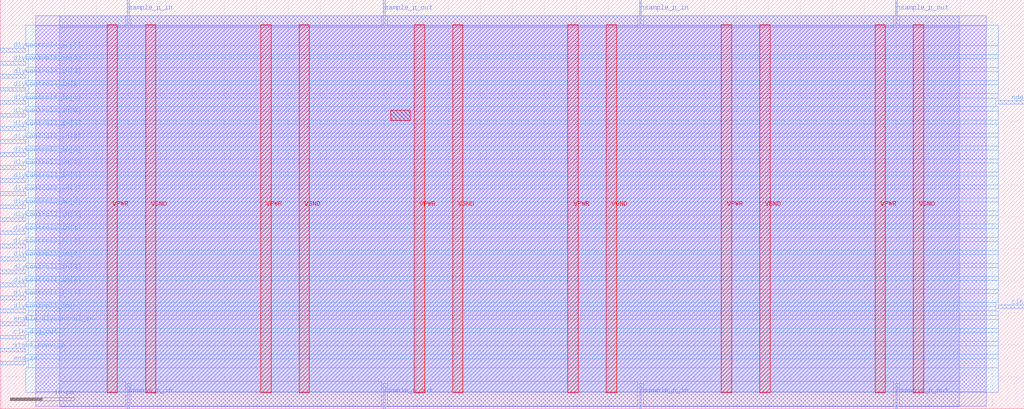
<source format=lef>
VERSION 5.7 ;
  NOWIREEXTENSIONATPIN ON ;
  DIVIDERCHAR "/" ;
  BUSBITCHARS "[]" ;
MACRO adc_clkgen_with_edgedetect
  CLASS BLOCK ;
  FOREIGN adc_clkgen_with_edgedetect ;
  ORIGIN 0.000 0.000 ;
  SIZE 160.000 BY 64.000 ;
  PIN VGND
    DIRECTION INOUT ;
    USE GROUND ;
    PORT
      LAYER met4 ;
        RECT 22.720 2.480 24.320 60.080 ;
    END
    PORT
      LAYER met4 ;
        RECT 46.720 2.480 48.320 60.080 ;
    END
    PORT
      LAYER met4 ;
        RECT 70.720 2.480 72.320 60.080 ;
    END
    PORT
      LAYER met4 ;
        RECT 94.720 2.480 96.320 60.080 ;
    END
    PORT
      LAYER met4 ;
        RECT 118.720 2.480 120.320 60.080 ;
    END
    PORT
      LAYER met4 ;
        RECT 142.720 2.480 144.320 60.080 ;
    END
  END VGND
  PIN VPWR
    DIRECTION INOUT ;
    USE POWER ;
    PORT
      LAYER met4 ;
        RECT 16.720 2.480 18.320 60.080 ;
    END
    PORT
      LAYER met4 ;
        RECT 40.720 2.480 42.320 60.080 ;
    END
    PORT
      LAYER met4 ;
        RECT 64.720 2.480 66.320 60.080 ;
    END
    PORT
      LAYER met4 ;
        RECT 88.720 2.480 90.320 60.080 ;
    END
    PORT
      LAYER met4 ;
        RECT 112.720 2.480 114.320 60.080 ;
    END
    PORT
      LAYER met4 ;
        RECT 136.720 2.480 138.320 60.080 ;
    END
  END VPWR
  PIN clk_comp_out
    DIRECTION OUTPUT TRISTATE ;
    USE SIGNAL ;
    PORT
      LAYER met3 ;
        RECT 156.000 15.680 160.000 16.280 ;
    END
  END clk_comp_out
  PIN clk_dig_out
    DIRECTION OUTPUT TRISTATE ;
    USE SIGNAL ;
    PORT
      LAYER met3 ;
        RECT 0.000 10.920 4.000 11.520 ;
    END
  END clk_dig_out
  PIN dlycontrol1_in[0]
    DIRECTION INPUT ;
    USE SIGNAL ;
    PORT
      LAYER met3 ;
        RECT 0.000 15.000 4.000 15.600 ;
    END
  END dlycontrol1_in[0]
  PIN dlycontrol1_in[1]
    DIRECTION INPUT ;
    USE SIGNAL ;
    PORT
      LAYER met3 ;
        RECT 0.000 17.040 4.000 17.640 ;
    END
  END dlycontrol1_in[1]
  PIN dlycontrol1_in[2]
    DIRECTION INPUT ;
    USE SIGNAL ;
    PORT
      LAYER met3 ;
        RECT 0.000 19.080 4.000 19.680 ;
    END
  END dlycontrol1_in[2]
  PIN dlycontrol1_in[3]
    DIRECTION INPUT ;
    USE SIGNAL ;
    PORT
      LAYER met3 ;
        RECT 0.000 21.120 4.000 21.720 ;
    END
  END dlycontrol1_in[3]
  PIN dlycontrol1_in[4]
    DIRECTION INPUT ;
    USE SIGNAL ;
    PORT
      LAYER met3 ;
        RECT 0.000 23.160 4.000 23.760 ;
    END
  END dlycontrol1_in[4]
  PIN dlycontrol2_in[0]
    DIRECTION INPUT ;
    USE SIGNAL ;
    PORT
      LAYER met3 ;
        RECT 0.000 25.200 4.000 25.800 ;
    END
  END dlycontrol2_in[0]
  PIN dlycontrol2_in[1]
    DIRECTION INPUT ;
    USE SIGNAL ;
    PORT
      LAYER met3 ;
        RECT 0.000 27.240 4.000 27.840 ;
    END
  END dlycontrol2_in[1]
  PIN dlycontrol2_in[2]
    DIRECTION INPUT ;
    USE SIGNAL ;
    PORT
      LAYER met3 ;
        RECT 0.000 29.280 4.000 29.880 ;
    END
  END dlycontrol2_in[2]
  PIN dlycontrol2_in[3]
    DIRECTION INPUT ;
    USE SIGNAL ;
    PORT
      LAYER met3 ;
        RECT 0.000 31.320 4.000 31.920 ;
    END
  END dlycontrol2_in[3]
  PIN dlycontrol2_in[4]
    DIRECTION INPUT ;
    USE SIGNAL ;
    PORT
      LAYER met3 ;
        RECT 0.000 33.360 4.000 33.960 ;
    END
  END dlycontrol2_in[4]
  PIN dlycontrol3_in[0]
    DIRECTION INPUT ;
    USE SIGNAL ;
    PORT
      LAYER met3 ;
        RECT 0.000 35.400 4.000 36.000 ;
    END
  END dlycontrol3_in[0]
  PIN dlycontrol3_in[1]
    DIRECTION INPUT ;
    USE SIGNAL ;
    PORT
      LAYER met3 ;
        RECT 0.000 37.440 4.000 38.040 ;
    END
  END dlycontrol3_in[1]
  PIN dlycontrol3_in[2]
    DIRECTION INPUT ;
    USE SIGNAL ;
    PORT
      LAYER met3 ;
        RECT 0.000 39.480 4.000 40.080 ;
    END
  END dlycontrol3_in[2]
  PIN dlycontrol3_in[3]
    DIRECTION INPUT ;
    USE SIGNAL ;
    PORT
      LAYER met3 ;
        RECT 0.000 41.520 4.000 42.120 ;
    END
  END dlycontrol3_in[3]
  PIN dlycontrol3_in[4]
    DIRECTION INPUT ;
    USE SIGNAL ;
    PORT
      LAYER met3 ;
        RECT 0.000 43.560 4.000 44.160 ;
    END
  END dlycontrol3_in[4]
  PIN dlycontrol4_in[0]
    DIRECTION INPUT ;
    USE SIGNAL ;
    PORT
      LAYER met3 ;
        RECT 0.000 45.600 4.000 46.200 ;
    END
  END dlycontrol4_in[0]
  PIN dlycontrol4_in[1]
    DIRECTION INPUT ;
    USE SIGNAL ;
    PORT
      LAYER met3 ;
        RECT 0.000 47.640 4.000 48.240 ;
    END
  END dlycontrol4_in[1]
  PIN dlycontrol4_in[2]
    DIRECTION INPUT ;
    USE SIGNAL ;
    PORT
      LAYER met3 ;
        RECT 0.000 49.680 4.000 50.280 ;
    END
  END dlycontrol4_in[2]
  PIN dlycontrol4_in[3]
    DIRECTION INPUT ;
    USE SIGNAL ;
    PORT
      LAYER met3 ;
        RECT 0.000 51.720 4.000 52.320 ;
    END
  END dlycontrol4_in[3]
  PIN dlycontrol4_in[4]
    DIRECTION INPUT ;
    USE SIGNAL ;
    PORT
      LAYER met3 ;
        RECT 0.000 53.760 4.000 54.360 ;
    END
  END dlycontrol4_in[4]
  PIN dlycontrol4_in[5]
    DIRECTION INPUT ;
    USE SIGNAL ;
    PORT
      LAYER met3 ;
        RECT 0.000 55.800 4.000 56.400 ;
    END
  END dlycontrol4_in[5]
  PIN ena_in
    DIRECTION INPUT ;
    USE SIGNAL ;
    PORT
      LAYER met3 ;
        RECT 0.000 6.840 4.000 7.440 ;
    END
  END ena_in
  PIN enable_dlycontrol_in
    DIRECTION INPUT ;
    USE SIGNAL ;
    PORT
      LAYER met3 ;
        RECT 0.000 12.960 4.000 13.560 ;
    END
  END enable_dlycontrol_in
  PIN ndecision_finish_in
    DIRECTION INPUT ;
    USE SIGNAL ;
    PORT
      LAYER met3 ;
        RECT 156.000 47.640 160.000 48.240 ;
    END
  END ndecision_finish_in
  PIN nsample_n_in
    DIRECTION INPUT ;
    USE SIGNAL ;
    PORT
      LAYER met2 ;
        RECT 99.910 0.000 100.190 4.000 ;
    END
  END nsample_n_in
  PIN nsample_n_out
    DIRECTION OUTPUT TRISTATE ;
    USE SIGNAL ;
    PORT
      LAYER met2 ;
        RECT 139.930 0.000 140.210 4.000 ;
    END
  END nsample_n_out
  PIN nsample_p_in
    DIRECTION INPUT ;
    USE SIGNAL ;
    PORT
      LAYER met2 ;
        RECT 99.910 60.000 100.190 64.000 ;
    END
  END nsample_p_in
  PIN nsample_p_out
    DIRECTION OUTPUT TRISTATE ;
    USE SIGNAL ;
    PORT
      LAYER met2 ;
        RECT 139.930 60.000 140.210 64.000 ;
    END
  END nsample_p_out
  PIN sample_n_in
    DIRECTION INPUT ;
    USE SIGNAL ;
    PORT
      LAYER met2 ;
        RECT 19.870 0.000 20.150 4.000 ;
    END
  END sample_n_in
  PIN sample_n_out
    DIRECTION OUTPUT TRISTATE ;
    USE SIGNAL ;
    PORT
      LAYER met2 ;
        RECT 59.890 0.000 60.170 4.000 ;
    END
  END sample_n_out
  PIN sample_p_in
    DIRECTION INPUT ;
    USE SIGNAL ;
    PORT
      LAYER met2 ;
        RECT 19.870 60.000 20.150 64.000 ;
    END
  END sample_p_in
  PIN sample_p_out
    DIRECTION OUTPUT TRISTATE ;
    USE SIGNAL ;
    PORT
      LAYER met2 ;
        RECT 59.890 60.000 60.170 64.000 ;
    END
  END sample_p_out
  PIN start_conv_in
    DIRECTION INPUT ;
    USE SIGNAL ;
    PORT
      LAYER met3 ;
        RECT 0.000 8.880 4.000 9.480 ;
    END
  END start_conv_in
  OBS
      LAYER li1 ;
        RECT 5.520 2.635 154.100 59.925 ;
      LAYER met1 ;
        RECT 5.520 0.380 154.100 61.500 ;
      LAYER met2 ;
        RECT 9.300 59.720 19.590 61.530 ;
        RECT 20.430 59.720 59.610 61.530 ;
        RECT 60.450 59.720 99.630 61.530 ;
        RECT 100.470 59.720 139.650 61.530 ;
        RECT 140.490 59.720 149.860 61.530 ;
        RECT 9.300 4.280 149.860 59.720 ;
        RECT 9.300 0.350 19.590 4.280 ;
        RECT 20.430 0.350 59.610 4.280 ;
        RECT 60.450 0.350 99.630 4.280 ;
        RECT 100.470 0.350 139.650 4.280 ;
        RECT 140.490 0.350 149.860 4.280 ;
      LAYER met3 ;
        RECT 4.000 56.800 156.000 60.005 ;
        RECT 4.400 55.400 156.000 56.800 ;
        RECT 4.000 54.760 156.000 55.400 ;
        RECT 4.400 53.360 156.000 54.760 ;
        RECT 4.000 52.720 156.000 53.360 ;
        RECT 4.400 51.320 156.000 52.720 ;
        RECT 4.000 50.680 156.000 51.320 ;
        RECT 4.400 49.280 156.000 50.680 ;
        RECT 4.000 48.640 156.000 49.280 ;
        RECT 4.400 47.240 155.600 48.640 ;
        RECT 4.000 46.600 156.000 47.240 ;
        RECT 4.400 45.200 156.000 46.600 ;
        RECT 4.000 44.560 156.000 45.200 ;
        RECT 4.400 43.160 156.000 44.560 ;
        RECT 4.000 42.520 156.000 43.160 ;
        RECT 4.400 41.120 156.000 42.520 ;
        RECT 4.000 40.480 156.000 41.120 ;
        RECT 4.400 39.080 156.000 40.480 ;
        RECT 4.000 38.440 156.000 39.080 ;
        RECT 4.400 37.040 156.000 38.440 ;
        RECT 4.000 36.400 156.000 37.040 ;
        RECT 4.400 35.000 156.000 36.400 ;
        RECT 4.000 34.360 156.000 35.000 ;
        RECT 4.400 32.960 156.000 34.360 ;
        RECT 4.000 32.320 156.000 32.960 ;
        RECT 4.400 30.920 156.000 32.320 ;
        RECT 4.000 30.280 156.000 30.920 ;
        RECT 4.400 28.880 156.000 30.280 ;
        RECT 4.000 28.240 156.000 28.880 ;
        RECT 4.400 26.840 156.000 28.240 ;
        RECT 4.000 26.200 156.000 26.840 ;
        RECT 4.400 24.800 156.000 26.200 ;
        RECT 4.000 24.160 156.000 24.800 ;
        RECT 4.400 22.760 156.000 24.160 ;
        RECT 4.000 22.120 156.000 22.760 ;
        RECT 4.400 20.720 156.000 22.120 ;
        RECT 4.000 20.080 156.000 20.720 ;
        RECT 4.400 18.680 156.000 20.080 ;
        RECT 4.000 18.040 156.000 18.680 ;
        RECT 4.400 16.680 156.000 18.040 ;
        RECT 4.400 16.640 155.600 16.680 ;
        RECT 4.000 16.000 155.600 16.640 ;
        RECT 4.400 15.280 155.600 16.000 ;
        RECT 4.400 14.600 156.000 15.280 ;
        RECT 4.000 13.960 156.000 14.600 ;
        RECT 4.400 12.560 156.000 13.960 ;
        RECT 4.000 11.920 156.000 12.560 ;
        RECT 4.400 10.520 156.000 11.920 ;
        RECT 4.000 9.880 156.000 10.520 ;
        RECT 4.400 8.480 156.000 9.880 ;
        RECT 4.000 7.840 156.000 8.480 ;
        RECT 4.400 6.440 156.000 7.840 ;
        RECT 4.000 2.555 156.000 6.440 ;
      LAYER met4 ;
        RECT 61.015 45.055 64.105 46.745 ;
  END
END adc_clkgen_with_edgedetect
END LIBRARY


</source>
